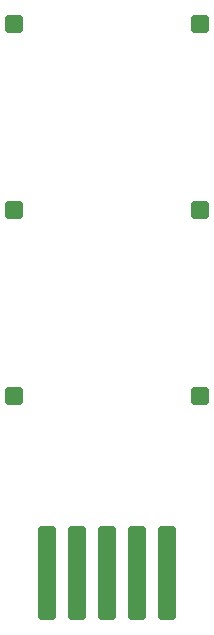
<source format=gbr>
%TF.GenerationSoftware,KiCad,Pcbnew,8.0.6*%
%TF.CreationDate,2025-01-11T11:08:49-05:00*%
%TF.ProjectId,RetroLite,52657472-6f4c-4697-9465-2e6b69636164,rev?*%
%TF.SameCoordinates,Original*%
%TF.FileFunction,Soldermask,Bot*%
%TF.FilePolarity,Negative*%
%FSLAX46Y46*%
G04 Gerber Fmt 4.6, Leading zero omitted, Abs format (unit mm)*
G04 Created by KiCad (PCBNEW 8.0.6) date 2025-01-11 11:08:49*
%MOMM*%
%LPD*%
G01*
G04 APERTURE LIST*
G04 Aperture macros list*
%AMRoundRect*
0 Rectangle with rounded corners*
0 $1 Rounding radius*
0 $2 $3 $4 $5 $6 $7 $8 $9 X,Y pos of 4 corners*
0 Add a 4 corners polygon primitive as box body*
4,1,4,$2,$3,$4,$5,$6,$7,$8,$9,$2,$3,0*
0 Add four circle primitives for the rounded corners*
1,1,$1+$1,$2,$3*
1,1,$1+$1,$4,$5*
1,1,$1+$1,$6,$7*
1,1,$1+$1,$8,$9*
0 Add four rect primitives between the rounded corners*
20,1,$1+$1,$2,$3,$4,$5,0*
20,1,$1+$1,$4,$5,$6,$7,0*
20,1,$1+$1,$6,$7,$8,$9,0*
20,1,$1+$1,$8,$9,$2,$3,0*%
G04 Aperture macros list end*
%ADD10RoundRect,0.400000X-0.400000X-3.600000X0.400000X-3.600000X0.400000X3.600000X-0.400000X3.600000X0*%
%ADD11RoundRect,0.250000X0.512000X0.512000X-0.512000X0.512000X-0.512000X-0.512000X0.512000X-0.512000X0*%
G04 APERTURE END LIST*
D10*
%TO.C,J1*%
X113715800Y-87122000D03*
X111175800Y-87122000D03*
X108635800Y-87122000D03*
X106095800Y-87122000D03*
X103555800Y-87122000D03*
%TD*%
D11*
%TO.C,TP5*%
X116509800Y-72136000D03*
%TD*%
%TO.C,TP7*%
X100761800Y-56388000D03*
%TD*%
%TO.C,TP2*%
X116509800Y-40640000D03*
%TD*%
%TO.C,TP8*%
X116509800Y-56388000D03*
%TD*%
%TO.C,TP6*%
X100761800Y-72136000D03*
%TD*%
%TO.C,TP10*%
X100761800Y-40640000D03*
%TD*%
M02*

</source>
